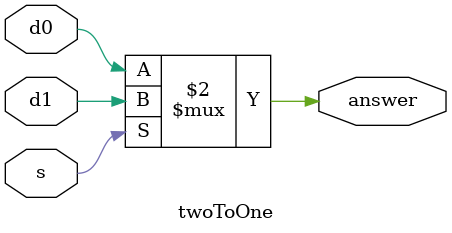
<source format=v>

module nBit_Mux#(
    parameter N = 4
)(
    input [N-1:0] inputs,
    input [$clog2(N)-1:0] selectbits,
    output wire answer
);
    function integer clog2;
        input integer value;
            integer temp;
        begin
            temp = value - 1;
            for (clog2 = 0; temp > 0; clog2 = clog2 + 1) begin
                temp = temp >> 1;
            end
        end
    endfunction
    generate
        if (N == 2) begin
            twoToOne baseMux (selectbits[0], inputs[0], inputs[1], answer);
        end
        else begin
            wire rightOutput, leftOutput;
            nBit_Mux #(N>>1) muxLeft(inputs[N-1:(N>>1)], selectbits[$clog2(N)-2:0], leftOutput);
            nBit_Mux #(N>>1) muxRight(inputs[(N>>1)-1:0], selectbits[$clog2(N)-2:0], rightOutput);
            twoToOne internMux(
                selectbits[$clog2(N)-1],
                muxRight.answer,
                muxLeft.answer,
                answer);
        end
    endgenerate
endmodule


module twoToOne (
    input s, d0, d1,
    output wire answer
);
    assign answer = s ? d1 : d0;
endmodule
</source>
